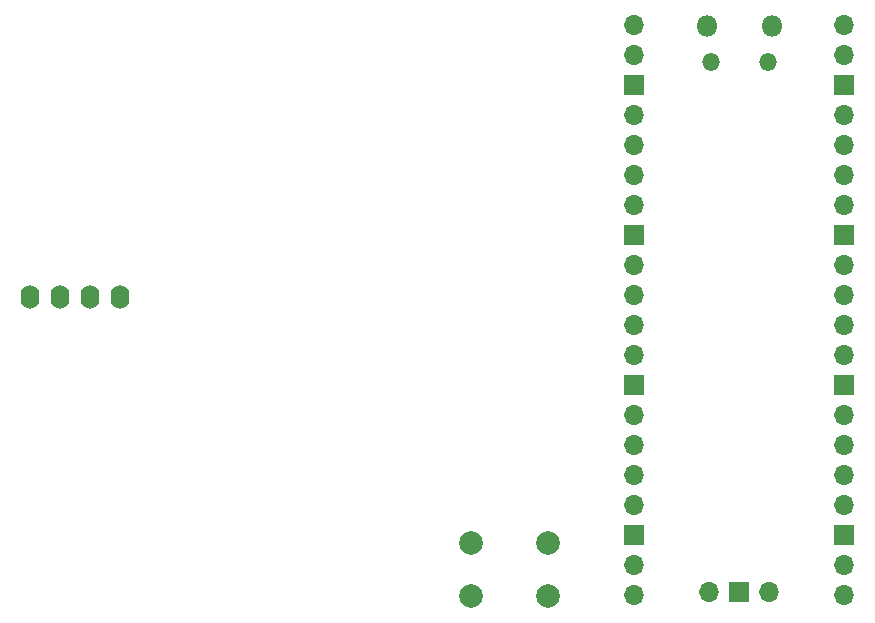
<source format=gbr>
%TF.GenerationSoftware,KiCad,Pcbnew,8.0.1*%
%TF.CreationDate,2024-05-11T19:31:04-03:00*%
%TF.ProjectId,business-card-pi-pico,62757369-6e65-4737-932d-636172642d70,rev?*%
%TF.SameCoordinates,Original*%
%TF.FileFunction,Soldermask,Bot*%
%TF.FilePolarity,Negative*%
%FSLAX46Y46*%
G04 Gerber Fmt 4.6, Leading zero omitted, Abs format (unit mm)*
G04 Created by KiCad (PCBNEW 8.0.1) date 2024-05-11 19:31:04*
%MOMM*%
%LPD*%
G01*
G04 APERTURE LIST*
%ADD10C,2.000000*%
%ADD11O,1.600000X2.000000*%
%ADD12O,1.800000X1.800000*%
%ADD13O,1.500000X1.500000*%
%ADD14O,1.700000X1.700000*%
%ADD15R,1.700000X1.700000*%
G04 APERTURE END LIST*
D10*
%TO.C,SW1*%
X149250000Y-99750000D03*
X155750000Y-99750000D03*
X149250000Y-104250000D03*
X155750000Y-104250000D03*
%TD*%
D11*
%TO.C,J1*%
X111960000Y-78900000D03*
X114500000Y-78900000D03*
X117040000Y-78900000D03*
X119580000Y-78900000D03*
%TD*%
D12*
%TO.C,U1*%
X169275000Y-56000000D03*
D13*
X169575000Y-59030000D03*
X174425000Y-59030000D03*
D12*
X174725000Y-56000000D03*
D14*
X163110000Y-55870000D03*
X163110000Y-58410000D03*
D15*
X163110000Y-60950000D03*
D14*
X163110000Y-63490000D03*
X163110000Y-66030000D03*
X163110000Y-68570000D03*
X163110000Y-71110000D03*
D15*
X163110000Y-73650000D03*
D14*
X163110000Y-76190000D03*
X163110000Y-78730000D03*
X163110000Y-81270000D03*
X163110000Y-83810000D03*
D15*
X163110000Y-86350000D03*
D14*
X163110000Y-88890000D03*
X163110000Y-91430000D03*
X163110000Y-93970000D03*
X163110000Y-96510000D03*
D15*
X163110000Y-99050000D03*
D14*
X163110000Y-101590000D03*
X163110000Y-104130000D03*
X180890000Y-104130000D03*
X180890000Y-101590000D03*
D15*
X180890000Y-99050000D03*
D14*
X180890000Y-96510000D03*
X180890000Y-93970000D03*
X180890000Y-91430000D03*
X180890000Y-88890000D03*
D15*
X180890000Y-86350000D03*
D14*
X180890000Y-83810000D03*
X180890000Y-81270000D03*
X180890000Y-78730000D03*
X180890000Y-76190000D03*
D15*
X180890000Y-73650000D03*
D14*
X180890000Y-71110000D03*
X180890000Y-68570000D03*
X180890000Y-66030000D03*
X180890000Y-63490000D03*
D15*
X180890000Y-60950000D03*
D14*
X180890000Y-58410000D03*
X180890000Y-55870000D03*
X169460000Y-103900000D03*
D15*
X172000000Y-103900000D03*
D14*
X174540000Y-103900000D03*
%TD*%
M02*

</source>
